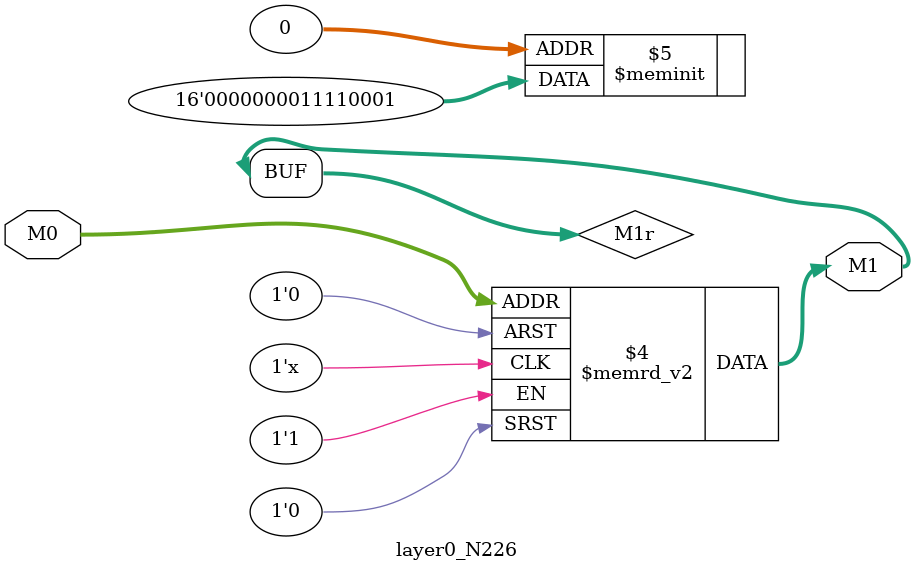
<source format=v>
module layer0_N226 ( input [2:0] M0, output [1:0] M1 );

	(*rom_style = "distributed" *) reg [1:0] M1r;
	assign M1 = M1r;
	always @ (M0) begin
		case (M0)
			3'b000: M1r = 2'b01;
			3'b100: M1r = 2'b00;
			3'b010: M1r = 2'b11;
			3'b110: M1r = 2'b00;
			3'b001: M1r = 2'b00;
			3'b101: M1r = 2'b00;
			3'b011: M1r = 2'b11;
			3'b111: M1r = 2'b00;

		endcase
	end
endmodule

</source>
